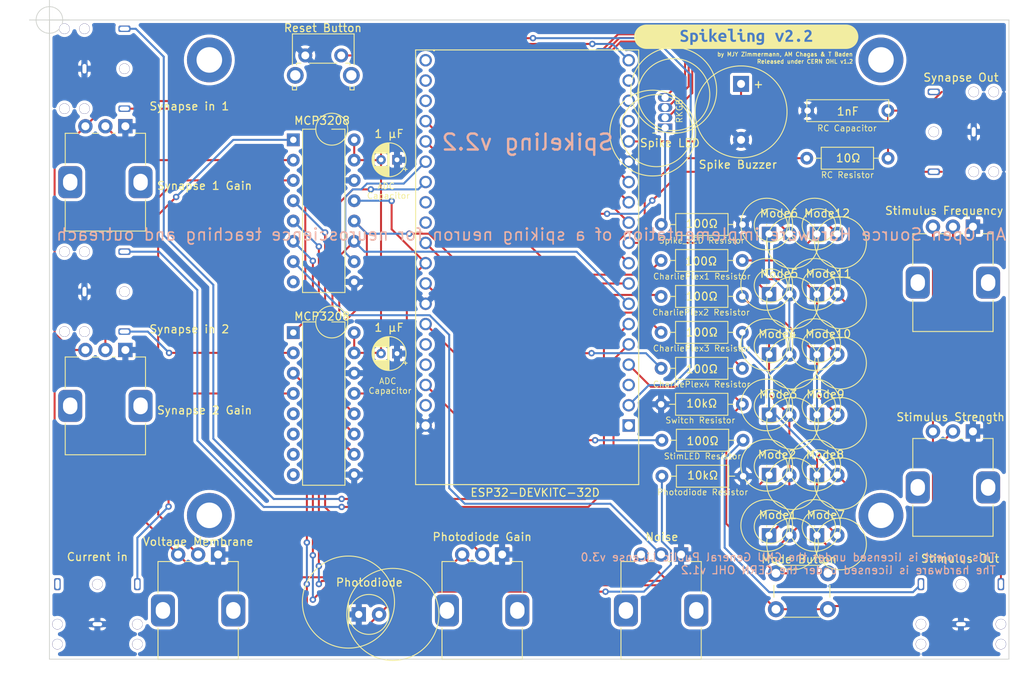
<source format=kicad_pcb>
(kicad_pcb (version 20171130) (host pcbnew "(5.1.4-0-10_14)")
  (layers (0 F.Cu signal) (31 B.Cu signal hide) (34 B.Paste user) (35 F.Paste user) (36 B.SilkS user) (37 F.SilkS user) (38 B.Mask user) (39 F.Mask user) (44 Edge.Cuts user))
  (net 0 "")
  (net 7 "GNDREF")
  (net 8 "/23")
  (net 9 "/27")
  (net 10 "/26")
  (net 11 "+3V3")
  (net 12 "/34")
  (net 13 "/35")
  (net 14 "/25")
  (net 15 "/14")
  (net 16 "/12")
  (net 17 "/13")
  (net 18 "/22")
  (net 19 "/21")
  (net 20 "/19")
  (net 21 "/05")
  (net 22 "/17")
  (net 23 "/16")
  (net 24 "/02")
  (net 25 "/15")
  (net 26 "Net-(R1-Pad2)")
  (net 27 "Net-(R7-Pad2)")
  (net 28 "Net-(R6-Pad2)")
  (net 29 "Net-(R8-Pad2)")
  (net 30 "Net-(R9-Pad2)")
  (net 31 "Net-(R4-Pad2)")
  (net 33 "/39")
  (net 34 "VCC")
  (net 38 "/202")
  (net 39 "/203")
  (net 40 "/106")
  (net 41 "/103")
  (net 42 "/105")
  (net 43 "/104")
  (net 44 "/101")
  (net 45 "/102")
  (net 46 "/200")
  (net 47 "/201")
  (net 48 "/32")
  (net 49 "/33")
  (net 50 "/18")
  (net 51 "/04")
  (net 52 "/00")
  (net 53 "/100")
  (net 54 "/107")
  (net 55 "/204")
  (net 56 "/205")
  (net 57 "/206")
  (net 58 "/207")
  (net 59 "Net-(R3-Pad2)")
  (net 60 "Net-(SW2-Pad2)")
  (module "LED_THT:LED_D5.0mm-4_RGB" (layer "F.Cu") (at 177 63.5 90)
    (fp_text reference "D14")
    (fp_text value "Spike LED" (at -1.9 0.6 180) (layer "F.SilkS"))
    (pad "1" thru_hole oval (at 1.27 0 90) (size 1.07 1.8) (drill 0.9) (layers *.Cu *.Mask) (net 9 "/27"))
    (pad "2" thru_hole rect (at 0 0 90) (size 1.07 1.8) (drill 0.9) (layers *.Cu *.Mask) (net 31 "Net-(R4-Pad2)"))
    (pad "3" thru_hole oval (at 2.54 0 90) (size 1.07 1.8) (drill 0.9) (layers *.Cu *.Mask) (net 15 "/14"))
    (pad "4" thru_hole oval (at 3.81 0 90) (size 1.07 1.8) (drill 0.9) (layers *.Cu *.Mask) (net 16 "/12"))
  )
  (module "MountingHole:MountingHole_3.2mm_M3_DIN965_Pad" (layer "F.Cu") (at 120 55)
    (fp_text reference " " (at 0 -3.8) (layer "F.SilkS"))
    (fp_text value "MountingHole_3.2mm_M3_DIN965_Pad")
    (pad "1" thru_hole circle (at 0 0) (size 5.6 5.6) (drill 3.2) (layers *.Cu *.Mask))
  )
  (module "LED_THT:LED_D3.0mm" (layer "F.Cu") (at 190 76.779)
    (fp_text reference "D7")
    (fp_text value "Mode6" (at 1.25 -2.579) (layer "F.SilkS"))
    (pad "1" thru_hole rect (at 0 0) (size 1.8 1.8) (drill 0.9) (layers *.Cu *.Mask) (net 29 "Net-(R8-Pad2)"))
    (pad "2" thru_hole circle (at 2.54 0) (size 1.8 1.8) (drill 0.9) (layers *.Cu *.Mask) (net 30 "Net-(R9-Pad2)"))
  )
  (module "LED_THT:LED_D3.0mm" (layer "F.Cu") (at 190 114.504)
    (fp_text reference "D2")
    (fp_text value "Mode1" (at 1.1 -2.554) (layer "F.SilkS"))
    (pad "1" thru_hole rect (at 0 0) (size 1.8 1.8) (drill 0.9) (layers *.Cu *.Mask) (net 27 "Net-(R7-Pad2)"))
    (pad "2" thru_hole circle (at 2.54 0) (size 1.8 1.8) (drill 0.9) (layers *.Cu *.Mask) (net 28 "Net-(R6-Pad2)"))
  )
  (module "Resistor_THT:R_Axial_DIN0207_L6.3mm_D2.5mm_P10.16mm_Horizontal" (layer "F.Cu") (at 186.66 98.1 180)
    (fp_text reference "R5")
    (fp_text value "10kΩ" (at 5.08 0.1 180) (layer "F.SilkS"))
    (pad "1" thru_hole circle (at 0 0 180) (size 1.6 1.6) (drill 0.8) (layers *.Cu *.Mask) (net 33 "/39"))
    (pad "2" thru_hole oval (at 10.16 0 180) (size 1.6 1.6) (drill 0.8) (layers *.Cu *.Mask) (net 7 "GNDREF"))
  )
  (module "Package_DIP:DIP-16_W7.62mm" (layer "F.Cu") (at 130.5 89.125)
    (fp_text reference "U3")
    (fp_text value "MCP3208" (at 3.6 -2.025) (layer "F.SilkS"))
    (pad "1" thru_hole rect (at 0 0) (size 1.6 1.6) (drill 0.8) (layers *.Cu *.Mask) (net 46 "/200"))
    (pad "2" thru_hole oval (at 0 2.54) (size 1.6 1.6) (drill 0.8) (layers *.Cu *.Mask) (net 47 "/201"))
    (pad "3" thru_hole oval (at 0 5.08) (size 1.6 1.6) (drill 0.8) (layers *.Cu *.Mask) (net 38 "/202"))
    (pad "4" thru_hole oval (at 0 7.62) (size 1.6 1.6) (drill 0.8) (layers *.Cu *.Mask) (net 39 "/203"))
    (pad "5" thru_hole oval (at 0 10.16) (size 1.6 1.6) (drill 0.8) (layers *.Cu *.Mask) (net 55 "/204"))
    (pad "6" thru_hole oval (at 0 12.7) (size 1.6 1.6) (drill 0.8) (layers *.Cu *.Mask) (net 56 "/205"))
    (pad "7" thru_hole oval (at 0 15.24) (size 1.6 1.6) (drill 0.8) (layers *.Cu *.Mask) (net 57 "/206"))
    (pad "8" thru_hole oval (at 0 17.78) (size 1.6 1.6) (drill 0.8) (layers *.Cu *.Mask) (net 58 "/207"))
    (pad "9" thru_hole oval (at 7.62 17.78) (size 1.6 1.6) (drill 0.8) (layers *.Cu *.Mask) (net 7 "GNDREF"))
    (pad "10" thru_hole oval (at 7.62 15.24) (size 1.6 1.6) (drill 0.8) (layers *.Cu *.Mask) (net 51 "/04"))
    (pad "11" thru_hole oval (at 7.62 12.7) (size 1.6 1.6) (drill 0.8) (layers *.Cu *.Mask) (net 48 "/32"))
    (pad "12" thru_hole oval (at 7.62 10.16) (size 1.6 1.6) (drill 0.8) (layers *.Cu *.Mask) (net 49 "/33"))
    (pad "13" thru_hole oval (at 7.62 7.62) (size 1.6 1.6) (drill 0.8) (layers *.Cu *.Mask) (net 50 "/18"))
    (pad "14" thru_hole oval (at 7.62 5.08) (size 1.6 1.6) (drill 0.8) (layers *.Cu *.Mask) (net 7 "GNDREF"))
    (pad "15" thru_hole oval (at 7.62 2.54) (size 1.6 1.6) (drill 0.8) (layers *.Cu *.Mask) (net 34 "VCC"))
    (pad "16" thru_hole oval (at 7.62 0) (size 1.6 1.6) (drill 0.8) (layers *.Cu *.Mask) (net 34 "VCC"))
  )
  (module "Potentiometer_THT:Spikeling Potentiometer" (layer "F.Cu") (at 213 109 -90)
    (fp_text reference "RV6")
    (fp_text value "Stimulus Strength" (at -9.3 0.3) (layer "F.SilkS"))
    (pad "1" thru_hole rect (at -7.5 -2.5 270) (size 1.8 1.8) (drill 1) (layers *.Cu *.Mask) (net 7 "GNDREF"))
    (pad "2" thru_hole circle (at -7.5 0 270) (size 1.8 1.8) (drill 1) (layers *.Cu *.Mask) (net 43 "/104"))
    (pad "3" thru_hole circle (at -7.5 2.5 270) (size 1.8 1.8) (drill 1) (layers *.Cu *.Mask) (net 34 "VCC"))
    (pad "MP" thru_hole roundrect (at -0.5 4.4 270) (size 4 3) (drill oval 2.1 1.8) (layers *.Cu *.Mask))
    (pad "MP" thru_hole roundrect (at -0.5 -4.4 270) (size 4 3) (drill oval 2.1 1.8) (layers *.Cu *.Mask))
  )
  (module "Potentiometer_THT:Spikeling Potentiometer" (layer "F.Cu") (at 176.5 124.4 -90)
    (fp_text reference "RV4")
    (fp_text value "Noise" (at -9.7 -0.1) (layer "F.SilkS"))
    (pad "1" thru_hole rect (at -7.5 -2.5 270) (size 1.8 1.8) (drill 1) (layers *.Cu *.Mask) (net 7 "GNDREF"))
    (pad "2" thru_hole circle (at -7.5 0 270) (size 1.8 1.8) (drill 1) (layers *.Cu *.Mask) (net 40 "/106"))
    (pad "3" thru_hole circle (at -7.5 2.5 270) (size 1.8 1.8) (drill 1) (layers *.Cu *.Mask) (net 34 "VCC"))
    (pad "MP" thru_hole roundrect (at -0.5 -4.4 270) (size 4 3) (drill oval 2.1 1.8) (layers *.Cu *.Mask))
    (pad "MP" thru_hole roundrect (at -0.5 4.4 270) (size 4 3) (drill oval 2.1 1.8) (layers *.Cu *.Mask))
  )
  (module "Audio_Module:Spikeling_Photoreceptor" (layer "F.Cu") (at 159.6 122.9)
    (fp_text reference "." (at -3.35 -5.9 90 unlocked) (layer "F.SilkS"))
    (fp_text value "Spikeling_neuron")
  )
  (module "Audio_Module:Spikeling Audio Jack 3.5mm" (layer "F.Cu") (at 99.8825 56.1 90)
    (fp_text reference "J2")
    (fp_text value "Synapse in 1" (at -4.7 17.6175 180) (layer "F.SilkS"))
    (pad "" thru_hole circle (at 5 2 270) (size 1.3 1.3) (drill 1.25) (layers *.Cu *.Mask))
    (pad "" thru_hole circle (at 5 4.5 270) (size 1.3 1.3) (drill 1.25) (layers *.Cu *.Mask))
    (pad "" thru_hole circle (at 0 9.5 270) (size 1.3 1.3) (drill 1.25) (layers *.Cu *.Mask))
    (pad "" thru_hole circle (at -5 2 270) (size 1.3 1.3) (drill 1.25) (layers *.Cu *.Mask))
    (pad "" thru_hole circle (at -5 4.5 270) (size 1.3 1.3) (drill 1.25) (layers *.Cu *.Mask))
    (pad "R" thru_hole roundrect (at -5 9.5 180) (size 1.5 0.8) (drill oval 1.2 0.5) (layers *.Cu *.Mask) (net 46 "/200"))
    (pad "S" thru_hole roundrect (at 0 4.5 270) (size 1.5 0.8) (drill oval 1.2 0.5) (layers *.Cu *.Mask) (net 7 "GNDREF"))
    (pad "T" thru_hole roundrect (at 5 9.5 180) (size 1.5 0.8) (drill oval 1.2 0.5) (layers *.Cu *.Mask) (net 13 "/35"))
  )
  (module "Audio_Module:Spikeling Audio Jack 3.5mm" (layer "F.Cu") (at 220.1 64 -90)
    (fp_text reference "J1")
    (fp_text value "Synapse Out" (at -6.8 6.1) (layer "F.SilkS"))
    (pad "" thru_hole circle (at -5 4.5 90) (size 1.3 1.3) (drill 1.25) (layers *.Cu *.Mask))
    (pad "" thru_hole circle (at 5 4.5 90) (size 1.3 1.3) (drill 1.25) (layers *.Cu *.Mask))
    (pad "" thru_hole circle (at -5 2 90) (size 1.3 1.3) (drill 1.25) (layers *.Cu *.Mask))
    (pad "" thru_hole circle (at 0 9.5 90) (size 1.3 1.3) (drill 1.25) (layers *.Cu *.Mask))
    (pad "" thru_hole circle (at 5 2 90) (size 1.3 1.3) (drill 1.25) (layers *.Cu *.Mask))
    (pad "R" thru_hole roundrect (at -5 9.5) (size 1.5 0.8) (drill oval 1.2 0.5) (layers *.Cu *.Mask) (net 26 "Net-(R1-Pad2)"))
    (pad "S" thru_hole roundrect (at 0 4.5 90) (size 1.5 0.8) (drill oval 1.2 0.5) (layers *.Cu *.Mask) (net 7 "GNDREF"))
    (pad "T" thru_hole roundrect (at 5 9.5) (size 1.5 0.8) (drill oval 1.2 0.5) (layers *.Cu *.Mask) (net 25 "/15"))
  )
  (module "Potentiometer_THT:Spikeling Potentiometer" (layer "F.Cu") (at 107 70.8 -90)
    (fp_text reference "RV1")
    (fp_text value "Synapse 1 Gain" (at -0.05 -12.4) (layer "F.SilkS"))
    (pad "1" thru_hole rect (at -7.5 -2.5 270) (size 1.8 1.8) (drill 1) (layers *.Cu *.Mask) (net 7 "GNDREF"))
    (pad "2" thru_hole circle (at -7.5 0 270) (size 1.8 1.8) (drill 1) (layers *.Cu *.Mask) (net 44 "/101"))
    (pad "3" thru_hole circle (at -7.5 2.5 270) (size 1.8 1.8) (drill 1) (layers *.Cu *.Mask) (net 34 "VCC"))
    (pad "MP" thru_hole roundrect (at -0.5 4.4 270) (size 4 3) (drill oval 2.1 1.8) (layers *.Cu *.Mask))
    (pad "MP" thru_hole roundrect (at -0.5 -4.4 270) (size 4 3) (drill oval 2.1 1.8) (layers *.Cu *.Mask))
  )
  (module "Audio_Module:Spikeling_Electrode" (layer "F.Cu") (at 125.9 107.3)
    (fp_text reference "REF**")
    (fp_text value "Spikeling_neuron")
  )
  (module "LED_THT:LED_D3.0mm" (layer "F.Cu") (at 190 99.414)
    (fp_text reference "D4")
    (fp_text value "Mode3" (at 1.15 -2.564) (layer "F.SilkS"))
    (pad "1" thru_hole rect (at 0 0) (size 1.8 1.8) (drill 0.9) (layers *.Cu *.Mask) (net 29 "Net-(R8-Pad2)"))
    (pad "2" thru_hole circle (at 2.54 0) (size 1.8 1.8) (drill 0.9) (layers *.Cu *.Mask) (net 27 "Net-(R7-Pad2)"))
  )
  (module "Potentiometer_THT:Spikeling Potentiometer" (layer "F.Cu") (at 118.6 124.4 -90)
    (fp_text reference "RV3")
    (fp_text value "Voltage Membrane" (at -9.1 0) (layer "F.SilkS"))
    (pad "1" thru_hole rect (at -7.5 -2.5 270) (size 1.8 1.8) (drill 1) (layers *.Cu *.Mask) (net 7 "GNDREF"))
    (pad "2" thru_hole circle (at -7.5 0 270) (size 1.8 1.8) (drill 1) (layers *.Cu *.Mask) (net 53 "/100"))
    (pad "3" thru_hole circle (at -7.5 2.5 270) (size 1.8 1.8) (drill 1) (layers *.Cu *.Mask) (net 34 "VCC"))
    (pad "MP" thru_hole roundrect (at -0.5 -4.4 270) (size 4 3) (drill oval 2.1 1.8) (layers *.Cu *.Mask))
    (pad "MP" thru_hole roundrect (at -0.5 4.4 270) (size 4 3) (drill oval 2.1 1.8) (layers *.Cu *.Mask))
  )
  (module "Resistor_THT:R_Axial_DIN0207_L6.3mm_D2.5mm_P10.16mm_Horizontal" (layer "F.Cu") (at 176.6 102.6)
    (fp_text reference "R3")
    (fp_text value "100Ω" (at 5.1 0.1) (layer "F.SilkS"))
    (pad "1" thru_hole circle (at 0 0) (size 1.6 1.6) (drill 0.8) (layers *.Cu *.Mask) (net 18 "/22"))
    (pad "2" thru_hole oval (at 10.16 0) (size 1.6 1.6) (drill 0.8) (layers *.Cu *.Mask) (net 59 "Net-(R3-Pad2)"))
  )
  (module "MountingHole:MountingHole_3.2mm_M3_DIN965_Pad" (layer "F.Cu") (at 204 55)
    (fp_text reference " " (at 0 -3.8) (layer "F.SilkS"))
    (fp_text value "MountingHole_M3")
    (pad "1" thru_hole circle (at 0 0) (size 5.6 5.6) (drill 3.2) (layers *.Cu *.Mask))
  )
  (module "Package_DIP:DIP-16_W7.62mm" (layer "F.Cu") (at 130.5 65)
    (fp_text reference "U2")
    (fp_text value "MCP3208" (at 3.6 -2.4) (layer "F.SilkS"))
    (pad "1" thru_hole rect (at 0 0) (size 1.6 1.6) (drill 0.8) (layers *.Cu *.Mask) (net 53 "/100"))
    (pad "2" thru_hole oval (at 0 2.54) (size 1.6 1.6) (drill 0.8) (layers *.Cu *.Mask) (net 44 "/101"))
    (pad "3" thru_hole oval (at 0 5.08) (size 1.6 1.6) (drill 0.8) (layers *.Cu *.Mask) (net 45 "/102"))
    (pad "4" thru_hole oval (at 0 7.62) (size 1.6 1.6) (drill 0.8) (layers *.Cu *.Mask) (net 41 "/103"))
    (pad "5" thru_hole oval (at 0 10.16) (size 1.6 1.6) (drill 0.8) (layers *.Cu *.Mask) (net 43 "/104"))
    (pad "6" thru_hole oval (at 0 12.7) (size 1.6 1.6) (drill 0.8) (layers *.Cu *.Mask) (net 42 "/105"))
    (pad "7" thru_hole oval (at 0 15.24) (size 1.6 1.6) (drill 0.8) (layers *.Cu *.Mask) (net 40 "/106"))
    (pad "8" thru_hole oval (at 0 17.78) (size 1.6 1.6) (drill 0.8) (layers *.Cu *.Mask) (net 54 "/107"))
    (pad "9" thru_hole oval (at 7.62 17.78) (size 1.6 1.6) (drill 0.8) (layers *.Cu *.Mask) (net 7 "GNDREF"))
    (pad "10" thru_hole oval (at 7.62 15.24) (size 1.6 1.6) (drill 0.8) (layers *.Cu *.Mask) (net 52 "/00"))
    (pad "11" thru_hole oval (at 7.62 12.7) (size 1.6 1.6) (drill 0.8) (layers *.Cu *.Mask) (net 48 "/32"))
    (pad "12" thru_hole oval (at 7.62 10.16) (size 1.6 1.6) (drill 0.8) (layers *.Cu *.Mask) (net 49 "/33"))
    (pad "13" thru_hole oval (at 7.62 7.62) (size 1.6 1.6) (drill 0.8) (layers *.Cu *.Mask) (net 50 "/18"))
    (pad "14" thru_hole oval (at 7.62 5.08) (size 1.6 1.6) (drill 0.8) (layers *.Cu *.Mask) (net 7 "GNDREF"))
    (pad "15" thru_hole oval (at 7.62 2.54) (size 1.6 1.6) (drill 0.8) (layers *.Cu *.Mask) (net 34 "VCC"))
    (pad "16" thru_hole oval (at 7.62 0) (size 1.6 1.6) (drill 0.8) (layers *.Cu *.Mask) (net 34 "VCC"))
  )
  (module "Capacitor_THT:CP_Radial_D4.0mm_P2.00mm" (layer "F.Cu") (at 143.4726 91.75 180)
    (fp_text reference "C2")
    (fp_text value "1 μF" (at 1 3.25) (layer "F.SilkS"))
    (pad "1" thru_hole rect (at 0 0 180) (size 1.2 1.2) (drill 0.6) (layers *.Cu *.Mask) (net 7 "GNDREF"))
    (pad "2" thru_hole circle (at 2 0 180) (size 1.2 1.2) (drill 0.6) (layers *.Cu *.Mask) (net 34 "VCC"))
  )
  (module "Audio_Module:Spikeling Audio Jack 3.5mm" (layer "F.Cu") (at 214 130.1175 180)
    (fp_text reference "J5")
    (fp_text value "Stimulus Out" (at 0.1 12.7 180) (layer "F.SilkS"))
    (pad "" thru_hole circle (at -5 4.5) (size 1.3 1.3) (drill 1.25) (layers *.Cu *.Mask))
    (pad "" thru_hole circle (at -5 2) (size 1.3 1.3) (drill 1.25) (layers *.Cu *.Mask))
    (pad "" thru_hole circle (at 5 2) (size 1.3 1.3) (drill 1.25) (layers *.Cu *.Mask))
    (pad "" thru_hole circle (at 0 9.5) (size 1.3 1.3) (drill 1.25) (layers *.Cu *.Mask))
    (pad "" thru_hole circle (at 5 4.5) (size 1.3 1.3) (drill 1.25) (layers *.Cu *.Mask))
    (pad "R" thru_hole roundrect (at -5 9.5 270) (size 1.5 0.8) (drill oval 1.2 0.5) (layers *.Cu *.Mask) (net 10 "/26"))
    (pad "S" thru_hole roundrect (at 0 4.5) (size 1.5 0.8) (drill oval 1.2 0.5) (layers *.Cu *.Mask) (net 7 "GNDREF"))
    (pad "T" thru_hole roundrect (at 5 9.5 270) (size 1.5 0.8) (drill oval 1.2 0.5) (layers *.Cu *.Mask) (net 59 "Net-(R3-Pad2)"))
  )
  (module "Button_Switch_THT:Spikeling reset button" (layer "F.Cu") (at 134.25 51.75)
    (fp_text reference "SW2")
    (fp_text value "Reset Button" (at -0.05 -0.75) (layer "F.SilkS"))
    (pad "" thru_hole circle (at 3.51 5.18) (size 2.1 2.1) (drill 1.3) (layers *.Cu *.Mask))
    (pad "" thru_hole circle (at -3.5 5.18) (size 2.1 2.1) (drill 1.3) (layers *.Cu *.Mask))
    (pad "1" thru_hole circle (at -2.25 2.69) (size 1.75 1.75) (drill 0.99) (layers *.Cu *.Mask) (net 7 "GNDREF"))
    (pad "2" thru_hole circle (at 2.25 2.69) (size 1.75 1.75) (drill 0.99) (layers *.Cu *.Mask) (net 60 "Net-(SW2-Pad2)"))
  )
  (module "LED_THT:LED_D3.0mm" (layer "F.Cu") (at 196 91.869)
    (fp_text reference "D11")
    (fp_text value "Mode10" (at 1.4 -2.569) (layer "F.SilkS"))
    (pad "1" thru_hole rect (at 0 0) (size 1.8 1.8) (drill 0.9) (layers *.Cu *.Mask) (net 27 "Net-(R7-Pad2)"))
    (pad "2" thru_hole circle (at 2.54 0) (size 1.8 1.8) (drill 0.9) (layers *.Cu *.Mask) (net 30 "Net-(R9-Pad2)"))
  )
  (module "LED_THT:LED_D3.0mm" (layer "F.Cu") (at 196 106.959)
    (fp_text reference "D9")
    (fp_text value "Mode8" (at 1 -2.559) (layer "F.SilkS"))
    (pad "1" thru_hole rect (at 0 0) (size 1.8 1.8) (drill 0.9) (layers *.Cu *.Mask) (net 28 "Net-(R6-Pad2)"))
    (pad "2" thru_hole circle (at 2.54 0) (size 1.8 1.8) (drill 0.9) (layers *.Cu *.Mask) (net 29 "Net-(R8-Pad2)"))
  )
  (module "Capacitor_THT:CP_Radial_D4.0mm_P2.00mm" (layer "F.Cu") (at 143.4726 67.5 180)
    (fp_text reference "C1")
    (fp_text value "1 μF" (at 1 3.25) (layer "F.SilkS"))
    (pad "1" thru_hole rect (at 0 0 180) (size 1.2 1.2) (drill 0.6) (layers *.Cu *.Mask) (net 7 "GNDREF"))
    (pad "2" thru_hole circle (at 2 0 180) (size 1.2 1.2) (drill 0.6) (layers *.Cu *.Mask) (net 34 "VCC"))
  )
  (module "Resistor_THT:R_Axial_DIN0207_L6.3mm_D2.5mm_P10.16mm_Horizontal" (layer "F.Cu") (at 176.5 93.6)
    (fp_text reference "R9")
    (fp_text value "100Ω" (at 5.1 0.1) (layer "F.SilkS"))
    (pad "1" thru_hole circle (at 0 0) (size 1.6 1.6) (drill 0.8) (layers *.Cu *.Mask) (net 19 "/21"))
    (pad "2" thru_hole oval (at 10.16 0) (size 1.6 1.6) (drill 0.8) (layers *.Cu *.Mask) (net 30 "Net-(R9-Pad2)"))
  )
  (module "LED_THT:LED_D3.0mm" (layer "F.Cu") (at 196 76.779)
    (fp_text reference "D13")
    (fp_text value "Mode12" (at 1.25 -2.579) (layer "F.SilkS"))
    (pad "1" thru_hole rect (at 0 0) (size 1.8 1.8) (drill 0.9) (layers *.Cu *.Mask) (net 28 "Net-(R6-Pad2)"))
    (pad "2" thru_hole circle (at 2.54 0) (size 1.8 1.8) (drill 0.9) (layers *.Cu *.Mask) (net 30 "Net-(R9-Pad2)"))
  )
  (module "LED_THT:LED_D3.0mm" (layer "F.Cu") (at 196 84.324)
    (fp_text reference "D12")
    (fp_text value "Mode11" (at 1.45 -2.574) (layer "F.SilkS"))
    (pad "1" thru_hole rect (at 0 0) (size 1.8 1.8) (drill 0.9) (layers *.Cu *.Mask) (net 30 "Net-(R9-Pad2)"))
    (pad "2" thru_hole circle (at 2.54 0) (size 1.8 1.8) (drill 0.9) (layers *.Cu *.Mask) (net 28 "Net-(R6-Pad2)"))
  )
  (module "LED_THT:LED_D3.0mm" (layer "F.Cu") (at 196 99.414)
    (fp_text reference "D10")
    (fp_text value "Mode9" (at 1.05 -2.564) (layer "F.SilkS"))
    (pad "1" thru_hole rect (at 0 0) (size 1.8 1.8) (drill 0.9) (layers *.Cu *.Mask) (net 30 "Net-(R9-Pad2)"))
    (pad "2" thru_hole circle (at 2.54 0) (size 1.8 1.8) (drill 0.9) (layers *.Cu *.Mask) (net 27 "Net-(R7-Pad2)"))
  )
  (module "Resistor_THT:R_Axial_DIN0207_L6.3mm_D2.5mm_P10.16mm_Horizontal" (layer "F.Cu") (at 194.72 67.3)
    (fp_text reference "R1")
    (fp_text value "10Ω" (at 5.18 0) (layer "F.SilkS"))
    (pad "1" thru_hole circle (at 0 0) (size 1.6 1.6) (drill 0.8) (layers *.Cu *.Mask) (net 14 "/25"))
    (pad "2" thru_hole oval (at 10.16 0) (size 1.6 1.6) (drill 0.8) (layers *.Cu *.Mask) (net 26 "Net-(R1-Pad2)"))
  )
  (module "LED_THT:LED_D5.0mm" (layer "F.Cu") (at 139.958 124.4)
    (fp_text reference "D1")
    (fp_text value "Photodiode" (at 0.055 -4) (layer "F.SilkS"))
    (pad "1" thru_hole rect (at -1.27 0) (size 1.8 1.8) (drill 0.9) (layers *.Cu *.Mask) (net 7 "GNDREF"))
    (pad "2" thru_hole circle (at 1.27 0) (size 1.8 1.8) (drill 0.9) (layers *.Cu *.Mask) (net 38 "/202"))
  )
  (module "Potentiometer_THT:Spikeling Potentiometer" (layer "F.Cu") (at 213 83.372 -90)
    (fp_text reference "RV7")
    (fp_text value "Stimulus Frequency" (at -9.5 1.1) (layer "F.SilkS"))
    (pad "1" thru_hole rect (at -7.5 -2.5 270) (size 1.8 1.8) (drill 1) (layers *.Cu *.Mask) (net 7 "GNDREF"))
    (pad "2" thru_hole circle (at -7.5 0 270) (size 1.8 1.8) (drill 1) (layers *.Cu *.Mask) (net 42 "/105"))
    (pad "3" thru_hole circle (at -7.5 2.5 270) (size 1.8 1.8) (drill 1) (layers *.Cu *.Mask) (net 34 "VCC"))
    (pad "MP" thru_hole roundrect (at -0.5 4.4 270) (size 4 3) (drill oval 2.1 1.8) (layers *.Cu *.Mask))
    (pad "MP" thru_hole roundrect (at -0.5 -4.4 270) (size 4 3) (drill oval 2.1 1.8) (layers *.Cu *.Mask))
  )
  (module "Potentiometer_THT:Spikeling Potentiometer" (layer "F.Cu") (at 107 98.8 -90)
    (fp_text reference "RV2")
    (fp_text value "Synapse 2 Gain" (at 0.05 -12.4) (layer "F.SilkS"))
    (pad "1" thru_hole rect (at -7.5 -2.5 270) (size 1.8 1.8) (drill 1) (layers *.Cu *.Mask) (net 7 "GNDREF"))
    (pad "2" thru_hole circle (at -7.5 0 270) (size 1.8 1.8) (drill 1) (layers *.Cu *.Mask) (net 45 "/102"))
    (pad "3" thru_hole circle (at -7.5 2.5 270) (size 1.8 1.8) (drill 1) (layers *.Cu *.Mask) (net 34 "VCC"))
    (pad "MP" thru_hole roundrect (at -0.5 -4.4 270) (size 4 3) (drill oval 2.1 1.8) (layers *.Cu *.Mask))
    (pad "MP" thru_hole roundrect (at -0.5 4.4 270) (size 4 3) (drill oval 2.1 1.8) (layers *.Cu *.Mask))
  )
  (module "Audio_Module:Spikeling Audio Jack 3.5mm" (layer "F.Cu") (at 99.8825 84 90)
    (fp_text reference "e")
    (fp_text value "Synapse in 2" (at -4.7 17.6175 180) (layer "F.SilkS"))
    (pad "" thru_hole circle (at 5 4.5 270) (size 1.3 1.3) (drill 1.25) (layers *.Cu *.Mask))
    (pad "" thru_hole circle (at -5 2 270) (size 1.3 1.3) (drill 1.25) (layers *.Cu *.Mask))
    (pad "" thru_hole circle (at 5 2 270) (size 1.3 1.3) (drill 1.25) (layers *.Cu *.Mask))
    (pad "" thru_hole circle (at 0 9.5 270) (size 1.3 1.3) (drill 1.25) (layers *.Cu *.Mask))
    (pad "" thru_hole circle (at -5 4.5 270) (size 1.3 1.3) (drill 1.25) (layers *.Cu *.Mask))
    (pad "R" thru_hole roundrect (at -5 9.5 180) (size 1.5 0.8) (drill oval 1.2 0.5) (layers *.Cu *.Mask) (net 47 "/201"))
    (pad "S" thru_hole roundrect (at 0 4.5 270) (size 1.5 0.8) (drill oval 1.2 0.5) (layers *.Cu *.Mask) (net 7 "GNDREF"))
    (pad "T" thru_hole roundrect (at 5 9.5 180) (size 1.5 0.8) (drill oval 1.2 0.5) (layers *.Cu *.Mask) (net 12 "/34"))
  )
  (module "LED_THT:LED_D3.0mm" (layer "F.Cu") (at 190 106.959)
    (fp_text reference "D3")
    (fp_text value "Mode2" (at 1 -2.559) (layer "F.SilkS"))
    (pad "1" thru_hole rect (at 0 0) (size 1.8 1.8) (drill 0.9) (layers *.Cu *.Mask) (net 28 "Net-(R6-Pad2)"))
    (pad "2" thru_hole circle (at 2.54 0) (size 1.8 1.8) (drill 0.9) (layers *.Cu *.Mask) (net 27 "Net-(R7-Pad2)"))
  )
  (module "MountingHole:MountingHole_3.2mm_M3_DIN965_Pad" (layer "F.Cu") (at 204 112)
    (fp_text reference " " (at 0 -3.8) (layer "F.SilkS"))
    (fp_text value "MountingHole_3.2mm_M3_DIN965_Pad")
    (pad "1" thru_hole circle (at 0 0) (size 5.6 5.6) (drill 3.2) (layers *.Cu *.Mask))
  )
  (module "LED_THT:LED_D3.0mm" (layer "F.Cu") (at 190 91.869)
    (fp_text reference "D5")
    (fp_text value "Mode4" (at 1.05 -2.569) (layer "F.SilkS"))
    (pad "1" thru_hole rect (at 0 0) (size 1.8 1.8) (drill 0.9) (layers *.Cu *.Mask) (net 27 "Net-(R7-Pad2)"))
    (pad "2" thru_hole circle (at 2.54 0) (size 1.8 1.8) (drill 0.9) (layers *.Cu *.Mask) (net 29 "Net-(R8-Pad2)"))
  )
  (module "Audio_Module:Spikeling Audio Jack 3.5mm" (layer "F.Cu") (at 106 130.1175 180)
    (fp_text reference "J4")
    (fp_text value "Current in" (at 0 12.9175 180) (layer "F.SilkS"))
    (pad "" thru_hole circle (at 5 2) (size 1.3 1.3) (drill 1.25) (layers *.Cu *.Mask))
    (pad "" thru_hole circle (at -5 4.5) (size 1.3 1.3) (drill 1.25) (layers *.Cu *.Mask))
    (pad "" thru_hole circle (at 5 4.5) (size 1.3 1.3) (drill 1.25) (layers *.Cu *.Mask))
    (pad "" thru_hole circle (at -5 2) (size 1.3 1.3) (drill 1.25) (layers *.Cu *.Mask))
    (pad "" thru_hole circle (at 0 9.5) (size 1.3 1.3) (drill 1.25) (layers *.Cu *.Mask))
    (pad "R" thru_hole roundrect (at -5 9.5 270) (size 1.5 0.8) (drill oval 1.2 0.5) (layers *.Cu *.Mask) (net 39 "/203"))
    (pad "S" thru_hole roundrect (at 0 4.5) (size 1.5 0.8) (drill oval 1.2 0.5) (layers *.Cu *.Mask) (net 7 "GNDREF"))
    (pad "T" thru_hole roundrect (at 5 9.5 270) (size 1.5 0.8) (drill oval 1.2 0.5) (layers *.Cu *.Mask))
  )
  (module "Resistor_THT:R_Axial_DIN0207_L6.3mm_D2.5mm_P10.16mm_Horizontal" (layer "F.Cu") (at 176.5 89.1)
    (fp_text reference "R8")
    (fp_text value "100Ω" (at 5.1 0) (layer "F.SilkS"))
    (pad "1" thru_hole circle (at 0 0) (size 1.6 1.6) (drill 0.8) (layers *.Cu *.Mask) (net 20 "/19"))
    (pad "2" thru_hole oval (at 10.16 0) (size 1.6 1.6) (drill 0.8) (layers *.Cu *.Mask) (net 29 "Net-(R8-Pad2)"))
  )
  (module "Resistor_THT:R_Axial_DIN0207_L6.3mm_D2.5mm_P10.16mm_Horizontal" (layer "F.Cu") (at 176.6 107.1)
    (fp_text reference "R2")
    (fp_text value "10kΩ" (at 5.1 -0.1) (layer "F.SilkS"))
    (pad "1" thru_hole circle (at 0 0) (size 1.6 1.6) (drill 0.8) (layers *.Cu *.Mask) (net 38 "/202"))
    (pad "2" thru_hole oval (at 10.16 0) (size 1.6 1.6) (drill 0.8) (layers *.Cu *.Mask) (net 7 "GNDREF"))
  )
  (module "Potentiometer_THT:Spikeling Potentiometer" (layer "F.Cu") (at 154.119 124.4 -90)
    (fp_text reference "RV5")
    (fp_text value "Photodiode Gain" (at -9.7 0) (layer "F.SilkS"))
    (pad "1" thru_hole rect (at -7.5 -2.5 270) (size 1.8 1.8) (drill 1) (layers *.Cu *.Mask) (net 7 "GNDREF"))
    (pad "2" thru_hole circle (at -7.5 0 270) (size 1.8 1.8) (drill 1) (layers *.Cu *.Mask) (net 41 "/103"))
    (pad "3" thru_hole circle (at -7.5 2.5 270) (size 1.8 1.8) (drill 1) (layers *.Cu *.Mask) (net 34 "VCC"))
    (pad "MP" thru_hole roundrect (at -0.5 4.4 270) (size 4 3) (drill oval 2.1 1.8) (layers *.Cu *.Mask))
    (pad "MP" thru_hole roundrect (at -0.5 -4.4 270) (size 4 3) (drill oval 2.1 1.8) (layers *.Cu *.Mask))
  )
  (module "Capacitor_THT:C_Disc_D10.0mm_W2.5mm_P5.00mm" (layer "F.Cu") (at 202.35 61.35 180)
    (fp_text reference "C3")
    (fp_text value "1nF" (at 2.5 -0.1 180) (layer "F.SilkS"))
    (pad "1" thru_hole circle (at -2.51 0 180) (size 1.6 1.6) (drill 0.8) (layers *.Cu *.Mask) (net 26 "Net-(R1-Pad2)"))
    (pad "2" thru_hole circle (at 7.52 0 180) (size 1.6 1.6) (drill 0.8) (layers *.Cu *.Mask) (net 7 "GNDREF"))
  )
  (module "Resistor_THT:R_Axial_DIN0207_L6.3mm_D2.5mm_P10.16mm_Horizontal" (layer "F.Cu") (at 176.5 84.6)
    (fp_text reference "R7")
    (fp_text value "100Ω" (at 5.08 0) (layer "F.SilkS"))
    (pad "1" thru_hole circle (at 0 0) (size 1.6 1.6) (drill 0.8) (layers *.Cu *.Mask) (net 21 "/05"))
    (pad "2" thru_hole oval (at 10.16 0) (size 1.6 1.6) (drill 0.8) (layers *.Cu *.Mask) (net 27 "Net-(R7-Pad2)"))
  )
  (module "Resistor_THT:R_Axial_DIN0207_L6.3mm_D2.5mm_P10.16mm_Horizontal" (layer "F.Cu") (at 186.68 75.6 180)
    (fp_text reference "R4")
    (fp_text value "100Ω" (at 5.08 0.1 180) (layer "F.SilkS"))
    (pad "1" thru_hole circle (at 0 0 180) (size 1.6 1.6) (drill 0.8) (layers *.Cu *.Mask) (net 7 "GNDREF"))
    (pad "2" thru_hole oval (at 10.16 0 180) (size 1.6 1.6) (drill 0.8) (layers *.Cu *.Mask) (net 31 "Net-(R4-Pad2)"))
  )
  (module "Buzzer_Beeper:Buzzer_11.5x9.5RM5" (layer "F.Cu") (at 186.5 61.5 -90)
    (fp_text reference "BZ1")
    (fp_text value "Spike Buzzer" (at 6.6 0.4) (layer "F.SilkS"))
    (fp_text user "+" (at -3.4 -2.1 -90) (layer "F.SilkS"))
    (pad "1" thru_hole rect (at -3.5 0 270) (size 2 2) (drill 1) (layers *.Cu *.Mask) (net 17 "/13"))
    (pad "2" thru_hole circle (at 3.5 0 270) (size 2 2) (drill 1) (layers *.Cu *.Mask) (net 7 "GNDREF"))
  )
  (module "kibuzzard-633362FE" (layer "F.Cu") (at 187.15 52.1)
    (fp_text reference "kibuzzard-633362FE" hide)
    (fp_text value "G***" hide)
  )
  (module "MountingHole:MountingHole_3.2mm_M3_DIN965_Pad" (layer "F.Cu") (at 120 112)
    (fp_text reference " " (at 0 -3.8) (layer "F.SilkS"))
    (fp_text value "MountingHole_3.2mm_M3_DIN965_Pad")
    (pad "1" thru_hole circle (at 0 0) (size 5.6 5.6) (drill 3.2) (layers *.Cu *.Mask))
  )
  (module "Audio_Module:Spikeling_Neuron" (layer "F.Cu") (at 155.9 65.6)
    (fp_text reference "." (at -8.2 -11.8 90 unlocked) (layer "F.SilkS"))
    (fp_text value "Spikeling_neuron")
  )
  (module "Resistor_THT:R_Axial_DIN0207_L6.3mm_D2.5mm_P10.16mm_Horizontal" (layer "F.Cu") (at 176.5 80.1)
    (fp_text reference "R6")
    (fp_text value "100Ω" (at 5 0.1) (layer "F.SilkS"))
    (pad "1" thru_hole circle (at 0 0) (size 1.6 1.6) (drill 0.8) (layers *.Cu *.Mask) (net 24 "/02"))
    (pad "2" thru_hole oval (at 10.16 0) (size 1.6 1.6) (drill 0.8) (layers *.Cu *.Mask) (net 28 "Net-(R6-Pad2)"))
  )
  (module "Button_Switch_THT:SW_PUSH_6mm_H13mm" (layer "F.Cu") (at 194.1 121.5)
    (fp_text reference "SW1")
    (fp_text value "Mode Button" (at -0.34 -4) (layer "F.SilkS"))
    (pad "1" thru_hole circle (at -3.24 -2.25 90) (size 2 2) (drill 1.1) (layers *.Cu *.Mask) (net 33 "/39"))
    (pad "1" thru_hole circle (at 3.26 -2.25 90) (size 2 2) (drill 1.1) (layers *.Cu *.Mask) (net 33 "/39"))
    (pad "2" thru_hole circle (at 3.26 2.25 90) (size 2 2) (drill 1.1) (layers *.Cu *.Mask) (net 34 "VCC"))
    (pad "2" thru_hole circle (at -3.24 2.25 90) (size 2 2) (drill 1.1) (layers *.Cu *.Mask) (net 34 "VCC"))
  )
  (module "Module:MODULE_ESP32-DEVKITC-32D" (layer "F.Cu") (at 159.75 81 180)
    (fp_text reference "U1")
    (fp_text value "ESP32-DEVKITC-32D" (at -1 -28.15 180) (layer "F.SilkS") (effects (font (size 1.001047 1.001047))))
    (pad "1" thru_hole rect (at -12.7 -19.76 180) (size 1.56 1.56) (drill 1.04) (layers *.Cu *.Mask) (net 11 "+3V3"))
    (pad "2" thru_hole circle (at -12.7 -17.22 180) (size 1.56 1.56) (drill 1.04) (layers *.Cu *.Mask) (net 60 "Net-(SW2-Pad2)"))
    (pad "3" thru_hole circle (at -12.7 -14.68 180) (size 1.56 1.56) (drill 1.04) (layers *.Cu *.Mask))
    (pad "4" thru_hole circle (at -12.7 -12.14 180) (size 1.56 1.56) (drill 1.04) (layers *.Cu *.Mask) (net 33 "/39"))
    (pad "5" thru_hole circle (at -12.7 -9.6 180) (size 1.56 1.56) (drill 1.04) (layers *.Cu *.Mask) (net 12 "/34"))
    (pad "6" thru_hole circle (at -12.7 -7.06 180) (size 1.56 1.56) (drill 1.04) (layers *.Cu *.Mask) (net 13 "/35"))
    (pad "7" thru_hole circle (at -12.7 -4.52 180) (size 1.56 1.56) (drill 1.04) (layers *.Cu *.Mask) (net 48 "/32"))
    (pad "8" thru_hole circle (at -12.7 -1.98 180) (size 1.56 1.56) (drill 1.04) (layers *.Cu *.Mask) (net 49 "/33"))
    (pad "9" thru_hole circle (at -12.7 0.56 180) (size 1.56 1.56) (drill 1.04) (layers *.Cu *.Mask) (net 14 "/25"))
    (pad "10" thru_hole circle (at -12.7 3.1 180) (size 1.56 1.56) (drill 1.04) (layers *.Cu *.Mask) (net 10 "/26"))
    (pad "11" thru_hole circle (at -12.7 5.64 180) (size 1.56 1.56) (drill 1.04) (layers *.Cu *.Mask) (net 9 "/27"))
    (pad "12" thru_hole circle (at -12.7 8.18 180) (size 1.56 1.56) (drill 1.04) (layers *.Cu *.Mask) (net 15 "/14"))
    (pad "13" thru_hole circle (at -12.7 10.72 180) (size 1.56 1.56) (drill 1.04) (layers *.Cu *.Mask) (net 16 "/12"))
    (pad "14" thru_hole circle (at -12.7 13.26 180) (size 1.56 1.56) (drill 1.04) (layers *.Cu *.Mask) (net 7 "GNDREF"))
    (pad "15" thru_hole circle (at -12.7 15.8 180) (size 1.56 1.56) (drill 1.04) (layers *.Cu *.Mask) (net 17 "/13"))
    (pad "16" thru_hole circle (at -12.7 18.34 180) (size 1.56 1.56) (drill 1.04) (layers *.Cu *.Mask))
    (pad "17" thru_hole circle (at -12.7 20.88 180) (size 1.56 1.56) (drill 1.04) (layers *.Cu *.Mask))
    (pad "18" thru_hole circle (at -12.7 23.42 180) (size 1.56 1.56) (drill 1.04) (layers *.Cu *.Mask))
    (pad "19" thru_hole circle (at -12.7 25.96 180) (size 1.56 1.56) (drill 1.04) (layers *.Cu *.Mask) (net 34 "VCC"))
    (pad "20" thru_hole circle (at 12.7 -19.76 180) (size 1.56 1.56) (drill 1.04) (layers *.Cu *.Mask) (net 7 "GNDREF"))
    (pad "21" thru_hole circle (at 12.7 -17.22 180) (size 1.56 1.56) (drill 1.04) (layers *.Cu *.Mask) (net 8 "/23"))
    (pad "22" thru_hole circle (at 12.7 -14.68 180) (size 1.56 1.56) (drill 1.04) (layers *.Cu *.Mask) (net 18 "/22"))
    (pad "23" thru_hole circle (at 12.7 -12.14 180) (size 1.56 1.56) (drill 1.04) (layers *.Cu *.Mask))
    (pad "24" thru_hole circle (at 12.7 -9.6 180) (size 1.56 1.56) (drill 1.04) (layers *.Cu *.Mask))
    (pad "25" thru_hole circle (at 12.7 -7.06 180) (size 1.56 1.56) (drill 1.04) (layers *.Cu *.Mask) (net 19 "/21"))
    (pad "26" thru_hole circle (at 12.7 -4.52 180) (size 1.56 1.56) (drill 1.04) (layers *.Cu *.Mask) (net 7 "GNDREF"))
    (pad "27" thru_hole circle (at 12.7 -1.98 180) (size 1.56 1.56) (drill 1.04) (layers *.Cu *.Mask) (net 20 "/19"))
    (pad "28" thru_hole circle (at 12.7 0.56 180) (size 1.56 1.56) (drill 1.04) (layers *.Cu *.Mask) (net 50 "/18"))
    (pad "29" thru_hole circle (at 12.7 3.1 180) (size 1.56 1.56) (drill 1.04) (layers *.Cu *.Mask) (net 21 "/05"))
    (pad "30" thru_hole circle (at 12.7 5.64 180) (size 1.56 1.56) (drill 1.04) (layers *.Cu *.Mask) (net 22 "/17"))
    (pad "31" thru_hole circle (at 12.7 8.18 180) (size 1.56 1.56) (drill 1.04) (layers *.Cu *.Mask) (net 23 "/16"))
    (pad "32" thru_hole circle (at 12.7 10.72 180) (size 1.56 1.56) (drill 1.04) (layers *.Cu *.Mask) (net 51 "/04"))
    (pad "33" thru_hole circle (at 12.7 13.26 180) (size 1.56 1.56) (drill 1.04) (layers *.Cu *.Mask) (net 52 "/00"))
    (pad "34" thru_hole circle (at 12.7 15.8 180) (size 1.56 1.56) (drill 1.04) (layers *.Cu *.Mask) (net 24 "/02"))
    (pad "35" thru_hole circle (at 12.7 18.34 180) (size 1.56 1.56) (drill 1.04) (layers *.Cu *.Mask) (net 25 "/15"))
    (pad "36" thru_hole circle (at 12.7 20.88 180) (size 1.56 1.56) (drill 1.04) (layers *.Cu *.Mask))
    (pad "37" thru_hole circle (at 12.7 23.42 180) (size 1.56 1.56) (drill 1.04) (layers *.Cu *.Mask))
    (pad "38" thru_hole circle (at 12.7 25.96 180) (size 1.56 1.56) (drill 1.04) (layers *.Cu *.Mask))
  )
  (module "LED_THT:LED_D3.0mm" (layer "F.Cu") (at 196 114.504)
    (fp_text reference "D8")
    (fp_text value "Mode7" (at 1.1 -2.554) (layer "F.SilkS"))
    (pad "1" thru_hole rect (at 0 0) (size 1.8 1.8) (drill 0.9) (layers *.Cu *.Mask) (net 29 "Net-(R8-Pad2)"))
    (pad "2" thru_hole circle (at 2.54 0) (size 1.8 1.8) (drill 0.9) (layers *.Cu *.Mask) (net 28 "Net-(R6-Pad2)"))
  )
  (module "LED_THT:LED_D3.0mm" (layer "F.Cu") (at 190 84.324)
    (fp_text reference "D6")
    (fp_text value "Mode5" (at 1.27 -2.574) (layer "F.SilkS"))
    (pad "1" thru_hole rect (at 0 0) (size 1.8 1.8) (drill 0.9) (layers *.Cu *.Mask) (net 30 "Net-(R9-Pad2)"))
    (pad "2" thru_hole circle (at 2.54 0) (size 1.8 1.8) (drill 0.9) (layers *.Cu *.Mask) (net 29 "Net-(R8-Pad2)"))
  )
  (gr_line (start 220 130) (end 100 130) (layer "Edge.Cuts") (width 0.1))
  (gr_line (start 100 50) (end 220 50) (layer "Edge.Cuts") (width 0.1))
  (gr_line (start 220 50) (end 220 130) (layer "Edge.Cuts") (width 0.1))
  (gr_line (start 100 130) (end 100 50) (layer "Edge.Cuts") (width 0.1))
  (gr_text "Spikeling v2.2\n" (at 159.8 65.3) (layer "B.SilkS") (effects (font (size 2 2) (thickness 0.3)) (justify mirror)))
  (gr_text "An Open Source Hardware implementation of a spiking neuron for neuroscience teaching and outreach" (at 160.25 76.85) (layer "B.SilkS") (effects (font (size 1.5 1.5) (thickness 0.2)) (justify mirror)))
  (gr_text "This project is licensed under the GNU General Public License v3.0\nThe hardware is licensed under the CERN OHL v1.2" (at 218.45 118.05) (layer "B.SilkS") (effects (font (size 1 1)) (justify left mirror)))
  (gr_text "ADC \nCapacitor" (at 142.4 71.4) (layer "F.SilkS") (effects (font (size 0.75 0.75) (thickness 0.1))))
  (gr_text "Switch Resistor" (at 181.4 100.1) (layer "F.SilkS") (effects (font (size 0.75 0.75) (thickness 0.1))))
  (gr_text "CharliePlex3 Resistor" (at 181.58 91.1) (layer "F.SilkS") (effects (font (size 0.75 0.75) (thickness 0.1))))
  (gr_text "CharliePlex2 Resistor" (at 181.5 86.6) (layer "F.SilkS") (effects (font (size 0.75 0.75) (thickness 0.1))))
  (gr_text "Spike_LED Resistor" (at 181.58 77.6) (layer "F.SilkS") (effects (font (size 0.75 0.75) (thickness 0.1))))
  (gr_text "Released under CERN OHL v1.2" (at 194.5 55.2) (layer "F.SilkS") (effects (font (size 0.5 0.5) (thickness 0.1))))
  (gr_text "CharliePlex1 Resistor" (at 181.6 82.1) (layer "F.SilkS") (effects (font (size 0.75 0.75) (thickness 0.1))))
  (gr_text "RKGB" (at 178.8 61.4 90) (layer "F.SilkS") (effects (font (size 0.75 0.75) (thickness 0.1))))
  (gr_text "RC Capacitor" (at 199.75 63.55) (layer "F.SilkS") (effects (font (size 0.75 0.75) (thickness 0.1))))
  (gr_text "RC Resistor" (at 199.8 69.4) (layer "F.SilkS") (effects (font (size 0.75 0.75) (thickness 0.1))))
  (gr_text "by MJY Zimmermann, AM Chagas & T Baden" (at 192 54.3) (layer "F.SilkS") (effects (font (size 0.5 0.5) (thickness 0.1))))
  (gr_text "StimLED Resistor" (at 181.68 104.6) (layer "F.SilkS") (effects (font (size 0.75 0.75) (thickness 0.1))))
  (gr_text "Photodiode Resistor" (at 181.7 109.1) (layer "F.SilkS") (effects (font (size 0.75 0.75) (thickness 0.1))))
  (gr_text "ADC \nCapacitor" (at 142.6 95.8) (layer "F.SilkS") (effects (font (size 0.75 0.75) (thickness 0.1))))
  (gr_text "CharliePlex4 Resistor" (at 181.58 95.6) (layer "F.SilkS") (effects (font (size 0.75 0.75) (thickness 0.1))))
  (target plus (at 100 50) (size 5) (width 0.1) (layer "Edge.Cuts"))
  (segment (start 176.4 99.019022) (end 176.4 98.3) (width 0.25) (layer "B.Cu") (net 7))
  (segment (start 180.4 53.7) (end 180.4 59.140544) (width 0.25) (layer "F.Cu") (net 9))
  (segment (start 178.5 51.8) (end 180.4 53.7) (width 0.25) (layer "F.Cu") (net 9))
  (segment (start 172.45 75.36) (end 168.3 71.21) (width 0.25) (layer "F.Cu") (net 9))
  (segment (start 177.310544 62.23) (end 177 62.23) (width 0.25) (layer "F.Cu") (net 9))
  (segment (start 172.45 75.36) (end 172.45 74.8797) (width 0.25) (layer "F.Cu") (net 9))
  (segment (start 168.3 54.6) (end 171.1 51.8) (width 0.25) (layer "F.Cu") (net 9))
  (segment (start 176.6 62.14) (end 177.75 62.14) (width 0.25) (layer "F.Cu") (net 9))
  (segment (start 180.4 59.140544) (end 177.310544 62.23) (width 0.25) (layer "F.Cu") (net 9))
  (segment (start 168.3 71.21) (end 168.3 54.6) (width 0.25) (layer "F.Cu") (net 9))
  (segment (start 171.1 51.8) (end 178.5 51.8) (width 0.25) (layer "F.Cu") (net 9))
  (segment (start 216.2 73) (end 217.6 74.4) (width 0.25) (layer "F.Cu") (net 10))
  (segment (start 219 115.05) (end 214.8 110.85) (width 0.25) (layer "F.Cu") (net 10))
  (segment (start 219 120.6175) (end 219 115.05) (width 0.25) (layer "F.Cu") (net 10))
  (segment (start 214.8 106.3) (end 218.1 103) (width 0.25) (layer "F.Cu") (net 10))
  (segment (start 217.6 76.9) (end 217.6 74.4) (width 0.25) (layer "F.Cu") (net 10))
  (segment (start 180.75 77.9) (end 185.65 73) (width 0.25) (layer "F.Cu") (net 10))
  (segment (start 218.1 99.8) (end 214.1 95.8) (width 0.25) (layer "F.Cu") (net 10))
  (segment (start 214.1 80.4) (end 217.6 76.9) (width 0.25) (layer "F.Cu") (net 10))
  (segment (start 214.1 95.8) (end 214.1 80.4) (width 0.25) (layer "F.Cu") (net 10))
  (segment (start 185.65 73) (end 216.2 73) (width 0.25) (layer "F.Cu") (net 10))
  (segment (start 218.1 103) (end 218.1 99.8) (width 0.25) (layer "F.Cu") (net 10))
  (segment (start 172.45 77.9) (end 180.75 77.9) (width 0.25) (layer "F.Cu") (net 10))
  (segment (start 214.8 110.85) (end 214.8 106.3) (width 0.25) (layer "F.Cu") (net 10))
  (segment (start 172.45 90.6) (end 170.55 92.5) (width 0.25) (layer "F.Cu") (net 12))
  (segment (start 170.55 92.5) (end 170.55 107.8) (width 0.25) (layer "F.Cu") (net 12))
  (segment (start 136.55 110.95) (end 136.5 110.95) (width 0.25) (layer "F.Cu") (net 12))
  (segment (start 167.4 110.95) (end 136.55 110.95) (width 0.25) (layer "F.Cu") (net 12))
  (segment (start 170.55 107.8) (end 167.4 110.95) (width 0.25) (layer "F.Cu") (net 12))
  (segment (start 118.5 83.8) (end 118.5 102.635717) (width 0.25) (layer "B.Cu") (net 12))
  (segment (start 113.7 79) (end 118.5 83.8) (width 0.25) (layer "B.Cu") (net 12))
  (segment (start 109.3825 79) (end 113.7 79) (width 0.25) (layer "B.Cu") (net 12))
  (segment (start 126.814283 110.95) (end 136.55 110.95) (width 0.25) (layer "B.Cu") (net 12))
  (segment (start 118.5 102.635717) (end 126.814283 110.95) (width 0.25) (layer "B.Cu") (net 12))
  (segment (start 169.35 91.16) (end 169.35 107.6) (width 0.25) (layer "F.Cu") (net 13))
  (segment (start 167 109.95) (end 136.55 109.95) (width 0.25) (layer "F.Cu") (net 13))
  (segment (start 169.35 107.6) (end 167 109.95) (width 0.25) (layer "F.Cu") (net 13))
  (segment (start 172.45 88.06) (end 169.35 91.16) (width 0.25) (layer "F.Cu") (net 13))
  (segment (start 114.3 54.6) (end 114.3 76.95) (width 0.25) (layer "B.Cu") (net 13))
  (segment (start 114.3 76.95) (end 120.5 83.15) (width 0.25) (layer "B.Cu") (net 13))
  (segment (start 110.8 51.1) (end 114.3 54.6) (width 0.25) (layer "B.Cu") (net 13))
  (segment (start 120.5 102.4) (end 128.05 109.95) (width 0.25) (layer "B.Cu") (net 13))
  (segment (start 120.5 83.15) (end 120.5 102.4) (width 0.25) (layer "B.Cu") (net 13))
  (segment (start 109.3825 51.1) (end 110.8 51.1) (width 0.25) (layer "B.Cu") (net 13))
  (segment (start 128.05 109.95) (end 136.55 109.95) (width 0.25) (layer "B.Cu") (net 13))
  (segment (start 174.45 71.55) (end 178.7 67.3) (width 0.25) (layer "F.Cu") (net 14))
  (segment (start 172.45 80.44) (end 171.2 79.19) (width 0.25) (layer "F.Cu") (net 14))
  (segment (start 172.237984 76.55) (end 173.9 76.55) (width 0.25) (layer "F.Cu") (net 14))
  (segment (start 171.2 79.19) (end 171.2 77.587984) (width 0.25) (layer "F.Cu") (net 14))
  (segment (start 171.2 77.587984) (end 172.237984 76.55) (width 0.25) (layer "F.Cu") (net 14))
  (segment (start 173.9 76.55) (end 174.45 76) (width 0.25) (layer "F.Cu") (net 14))
  (segment (start 178.7 67.3) (end 194.72 67.3) (width 0.25) (layer "F.Cu") (net 14))
  (segment (start 174.45 76) (end 174.45 71.55) (width 0.25) (layer "F.Cu") (net 14))
  (segment (start 168.74952 69.11952) (end 172.45 72.82) (width 0.25) (layer "F.Cu") (net 15))
  (segment (start 179.95048 53.886198) (end 179.95048 58.320064) (width 0.25) (layer "F.Cu") (net 15))
  (segment (start 179.95048 53.886198) (end 178.313802 52.24952) (width 0.25) (layer "F.Cu") (net 15))
  (segment (start 171.286198 52.24952) (end 168.74952 54.786198) (width 0.25) (layer "F.Cu") (net 15))
  (segment (start 168.74952 54.786198) (end 168.74952 69.11952) (width 0.25) (layer "F.Cu") (net 15))
  (segment (start 179.95048 58.320064) (end 177.310544 60.96) (width 0.25) (layer "F.Cu") (net 15))
  (segment (start 177.310544 60.96) (end 177 60.96) (width 0.25) (layer "F.Cu") (net 15))
  (segment (start 178.313802 52.24952) (end 171.286198 52.24952) (width 0.25) (layer "F.Cu") (net 15))
  (segment (start 177 59.69) (end 179.5 57.19) (width 0.25) (layer "F.Cu") (net 16))
  (segment (start 169.3 67.13) (end 172.45 70.28) (width 0.25) (layer "F.Cu") (net 16))
  (segment (start 178.127604 52.69904) (end 171.472396 52.69904) (width 0.25) (layer "F.Cu") (net 16))
  (segment (start 179.5 57.19) (end 179.5 54.071436) (width 0.25) (layer "F.Cu") (net 16))
  (segment (start 171.472396 52.69904) (end 169.3 54.871436) (width 0.25) (layer "F.Cu") (net 16))
  (segment (start 179.5 54.071436) (end 178.127604 52.69904) (width 0.25) (layer "F.Cu") (net 16))
  (segment (start 169.3 54.871436) (end 169.3 67.13) (width 0.25) (layer "F.Cu") (net 16))
  (segment (start 181.5 65.2) (end 186.5 60.2) (width 0.25) (layer "F.Cu") (net 17))
  (segment (start 172.45 65.2) (end 172.45 64.8) (width 0.25) (layer "F.Cu") (net 17))
  (segment (start 172.45 65.2) (end 181.5 65.2) (width 0.25) (layer "F.Cu") (net 17))
  (segment (start 186.5 58) (end 186.5 60.2) (width 0.25) (layer "F.Cu") (net 17))
  (segment (start 147.05 95.68) (end 153.97 102.6) (width 0.25) (layer "F.Cu") (net 18))
  (segment (start 153.97 102.6) (end 168.25 102.6) (width 0.25) (layer "F.Cu") (net 18))
  (segment (start 168.25 102.6) (end 176.6 102.6) (width 0.25) (layer "B.Cu") (net 18))
  (segment (start 150.694511 91.704511) (end 147.05 88.06) (width 0.25) (layer "F.Cu") (net 19))
  (segment (start 167.804511 91.704511) (end 150.694511 91.704511) (width 0.25) (layer "F.Cu") (net 19))
  (segment (start 176.5 93.6) (end 174.604511 91.704511) (width 0.25) (layer "B.Cu") (net 19))
  (segment (start 174.604511 91.704511) (end 167.804511 91.704511) (width 0.25) (layer "B.Cu") (net 19))
  (segment (start 150.694511 86.624511) (end 147.05 82.98) (width 0.25) (layer "F.Cu") (net 20))
  (segment (start 176.5 89.1) (end 174.024511 86.624511) (width 0.25) (layer "F.Cu") (net 20))
  (segment (start 174.024511 86.624511) (end 150.694511 86.624511) (width 0.25) (layer "F.Cu") (net 20))
  (segment (start 153.565489 84.415489) (end 147.05 77.9) (width 0.25) (layer "F.Cu") (net 21))
  (segment (start 176.315489 84.415489) (end 153.565489 84.415489) (width 0.25) (layer "F.Cu") (net 21))
  (segment (start 176.5 84.6) (end 176.315489 84.415489) (width 0.25) (layer "F.Cu") (net 21))
  (segment (start 163.725489 81.875489) (end 147.05 65.2) (width 0.25) (layer "F.Cu") (net 24))
  (segment (start 176.5 80.1) (end 174.724511 81.875489) (width 0.25) (layer "F.Cu") (net 24))
  (segment (start 174.724511 81.875489) (end 163.725489 81.875489) (width 0.25) (layer "F.Cu") (net 24))
  (segment (start 158.645489 74.255489) (end 169.744511 74.255489) (width 0.25) (layer "F.Cu") (net 25))
  (segment (start 179 69) (end 175.4 72.6) (width 0.25) (layer "F.Cu") (net 25))
  (segment (start 211.6 69) (end 179 69) (width 0.25) (layer "F.Cu") (net 25))
  (segment (start 147.05 62.66) (end 158.645489 74.255489) (width 0.25) (layer "F.Cu") (net 25))
  (segment (start 173.744511 74.255489) (end 169.744511 74.255489) (width 0.25) (layer "B.Cu") (net 25))
  (segment (start 175.4 72.6) (end 173.744511 74.255489) (width 0.25) (layer "B.Cu") (net 25))
  (segment (start 211.6 59) (end 209.25 61.35) (width 0.25) (layer "F.Cu") (net 26))
  (segment (start 204.88 61.37) (end 204.86 61.35) (width 0.25) (layer "F.Cu") (net 26))
  (segment (start 204.88 67.3) (end 204.88 61.37) (width 0.25) (layer "F.Cu") (net 26))
  (segment (start 209.25 61.35) (end 204.86 61.35) (width 0.25) (layer "F.Cu") (net 26))
  (segment (start 190 87.94) (end 190 91.869) (width 0.25) (layer "F.Cu") (net 27))
  (segment (start 186.66 84.6) (end 189.88 87.82) (width 0.25) (layer "F.Cu") (net 27))
  (segment (start 192.54 106.959) (end 192.54 111.964) (width 0.25) (layer "F.Cu") (net 27))
  (segment (start 189.88 87.82) (end 190 87.94) (width 0.25) (layer "F.Cu") (net 27))
  (segment (start 196 91.869) (end 191.951 87.82) (width 0.25) (layer "F.Cu") (net 27))
  (segment (start 196 96.874) (end 198.54 99.414) (width 0.25) (layer "F.Cu") (net 27))
  (segment (start 192.54 111.964) (end 190 114.504) (width 0.25) (layer "F.Cu") (net 27))
  (segment (start 190 91.869) (end 190 96.874) (width 0.25) (layer "F.Cu") (net 27))
  (segment (start 190 96.874) (end 192.54 99.414) (width 0.25) (layer "F.Cu") (net 27))
  (segment (start 192.54 99.414) (end 192.54 106.959) (width 0.25) (layer "F.Cu") (net 27))
  (segment (start 196 91.869) (end 196 96.874) (width 0.25) (layer "F.Cu") (net 27))
  (segment (start 191.951 87.82) (end 189.88 87.82) (width 0.25) (layer "F.Cu") (net 27))
  (segment (start 192.54 107) (end 192.54 106.225009) (width 0.25) (layer "B.Cu") (net 27))
  (segment (start 186.66 80.1) (end 192.679 80.1) (width 0.25) (layer "F.Cu") (net 28))
  (segment (start 192.679 80.1) (end 196 76.779) (width 0.25) (layer "F.Cu") (net 28))
  (segment (start 198.54 84.324) (end 194.316 80.1) (width 0.25) (layer "F.Cu") (net 28))
  (segment (start 196 110.85) (end 196 106.959) (width 0.25) (layer "F.Cu") (net 28))
  (segment (start 196 106.959) (end 196 104.75) (width 0.25) (layer "F.Cu") (net 28))
  (segment (start 196 111.964) (end 196 110.85) (width 0.25) (layer "F.Cu") (net 28))
  (segment (start 196 104.75) (end 200.4 100.35) (width 0.25) (layer "F.Cu") (net 28))
  (segment (start 198.54 114.504) (end 196 111.964) (width 0.25) (layer "F.Cu") (net 28))
  (segment (start 200.4 100.35) (end 200.4 86.184) (width 0.25) (layer "F.Cu") (net 28))
  (segment (start 189.25 116.75) (end 190.294 116.75) (width 0.25) (layer "F.Cu") (net 28))
  (segment (start 190.294 116.75) (end 192.54 114.504) (width 0.25) (layer "F.Cu") (net 28))
  (segment (start 188.1 108.859) (end 188.1 115.6) (width 0.25) (layer "F.Cu") (net 28))
  (segment (start 188.1 115.6) (end 189.25 116.75) (width 0.25) (layer "F.Cu") (net 28))
  (segment (start 200.4 86.184) (end 198.54 84.324) (width 0.25) (layer "F.Cu") (net 28))
  (segment (start 190 106.959) (end 188.1 108.859) (width 0.25) (layer "F.Cu") (net 28))
  (segment (start 196 111.044) (end 196 110.85) (width 0.25) (layer "F.Cu") (net 28))
  (segment (start 192.54 114.504) (end 196 111.044) (width 0.25) (layer "F.Cu") (net 28))
  (segment (start 194.316 80.1) (end 192.679 80.1) (width 0.25) (layer "F.Cu") (net 28))
  (segment (start 196 114.504) (end 197.896 116.4) (width 0.25) (layer "F.Cu") (net 29))
  (segment (start 200.2 108.619) (end 198.54 106.959) (width 0.25) (layer "F.Cu") (net 29))
  (segment (start 196 114.504) (end 196.004 114.504) (width 0.25) (layer "F.Cu") (net 29))
  (segment (start 200.2 115.6) (end 200.2 108.619) (width 0.25) (layer "F.Cu") (net 29))
  (segment (start 199.4 116.4) (end 200.2 115.6) (width 0.25) (layer "F.Cu") (net 29))
  (segment (start 197.896 116.4) (end 199.4 116.4) (width 0.25) (layer "F.Cu") (net 29))
  (segment (start 190 76.779) (end 190 81.784) (width 0.25) (layer "B.Cu") (net 29))
  (segment (start 198.353279 106.959) (end 198.54 106.959) (width 0.25) (layer "B.Cu") (net 29))
  (segment (start 190 99.414) (end 190 94.409) (width 0.25) (layer "B.Cu") (net 29))
  (segment (start 192.54 84.324) (end 192.54 91.869) (width 0.25) (layer "B.Cu") (net 29))
  (segment (start 186.66 90.81) (end 190 94.15) (width 0.25) (layer "B.Cu") (net 29))
  (segment (start 190 94.15) (end 190 94.409) (width 0.25) (layer "B.Cu") (net 29))
  (segment (start 190 81.784) (end 192.54 84.324) (width 0.25) (layer "B.Cu") (net 29))
  (segment (start 190.808279 99.414) (end 198.353279 106.959) (width 0.25) (layer "B.Cu") (net 29))
  (segment (start 190 94.409) (end 192.54 91.869) (width 0.25) (layer "B.Cu") (net 29))
  (segment (start 186.66 89.1) (end 186.66 90.81) (width 0.25) (layer "B.Cu") (net 29))
  (segment (start 190 99.414) (end 190.808279 99.414) (width 0.25) (layer "B.Cu") (net 29))
  (segment (start 185.75 82.45) (end 188.126 82.45) (width 0.25) (layer "F.Cu") (net 30))
  (segment (start 196 89.329) (end 198.54 91.869) (width 0.25) (layer "F.Cu") (net 30))
  (segment (start 196 84.324) (end 196 89.329) (width 0.25) (layer "F.Cu") (net 30))
  (segment (start 195.511 73.75) (end 189.511 73.75) (width 0.25) (layer "F.Cu") (net 30))
  (segment (start 186 73.75) (end 189.511 73.75) (width 0.25) (layer "F.Cu") (net 30))
  (segment (start 184.7 83.5) (end 184.7 75.05) (width 0.25) (layer "F.Cu") (net 30))
  (segment (start 194.126 82.45) (end 188.126 82.45) (width 0.25) (layer "F.Cu") (net 30))
  (segment (start 186.66 93.6) (end 184.7 91.64) (width 0.25) (layer "F.Cu") (net 30))
  (segment (start 184.7 91.64) (end 184.7 83.5) (width 0.25) (layer "F.Cu") (net 30))
  (segment (start 188.126 82.45) (end 190 84.324) (width 0.25) (layer "F.Cu") (net 30))
  (segment (start 189.511 73.75) (end 192.54 76.779) (width 0.25) (layer "F.Cu") (net 30))
  (segment (start 184.7 75.05) (end 186 73.75) (width 0.25) (layer "F.Cu") (net 30))
  (segment (start 184.7 83.5) (end 185.75 82.45) (width 0.25) (layer "F.Cu") (net 30))
  (segment (start 198.54 76.779) (end 195.511 73.75) (width 0.25) (layer "F.Cu") (net 30))
  (segment (start 196 84.324) (end 194.126 82.45) (width 0.25) (layer "F.Cu") (net 30))
  (segment (start 196 94.409) (end 198.54 91.869) (width 0.25) (layer "B.Cu") (net 30))
  (segment (start 196 99.414) (end 196 94.409) (width 0.25) (layer "B.Cu") (net 30))
  (segment (start 176.6 63.41) (end 177.75 63.41) (width 0.25) (layer "F.Cu") (net 31))
  (segment (start 177 63.5) (end 177 75.12) (width 0.25) (layer "B.Cu") (net 31))
  (segment (start 177 75.12) (end 176.52 75.6) (width 0.25) (layer "B.Cu") (net 31))
  (segment (start 184.65 100.11) (end 184.65 113.04) (width 0.25) (layer "F.Cu") (net 33))
  (segment (start 172.45 93.14) (end 175.21 95.9) (width 0.25) (layer "F.Cu") (net 33))
  (segment (start 186.66 98.1) (end 184.65 100.11) (width 0.25) (layer "F.Cu") (net 33))
  (segment (start 190.86 119.25) (end 197.36 119.25) (width 0.25) (layer "F.Cu") (net 33))
  (segment (start 175.21 95.9) (end 184.46 95.9) (width 0.25) (layer "F.Cu") (net 33))
  (segment (start 184.65 113.04) (end 190.86 119.25) (width 0.25) (layer "F.Cu") (net 33))
  (segment (start 184.46 95.9) (end 186.66 98.1) (width 0.25) (layer "F.Cu") (net 33))
  (segment (start 191 118.92) (end 191 119.25) (width 0.25) (layer "B.Cu") (net 33))
  (segment (start 156.649982 53) (end 164.55 53) (width 0.25) (layer "F.Cu") (net 34))
  (segment (start 156.374991 52.725009) (end 156.649982 53) (width 0.25) (layer "F.Cu") (net 34))
  (segment (start 186.86 119.75) (end 176.85 119.75) (width 0.25) (layer "F.Cu") (net 34))
  (segment (start 104.5 63.3) (end 100.65 67.15) (width 0.25) (layer "F.Cu") (net 34))
  (segment (start 138.12 89.125) (end 138.12 91.665) (width 0.25) (layer "F.Cu") (net 34))
  (segment (start 210.14904 123.35096) (end 197.75904 123.35096) (width 0.25) (layer "F.Cu") (net 34))
  (segment (start 156.35 53) (end 156.35 52.75) (width 0.25) (layer "F.Cu") (net 34))
  (segment (start 102.740678 91.3) (end 104.5 91.3) (width 0.25) (layer "F.Cu") (net 34))
  (segment (start 144.65 53) (end 156.35 53) (width 0.25) (layer "F.Cu") (net 34))
  (segment (start 197.75904 123.35096) (end 197.36 123.75) (width 0.25) (layer "F.Cu") (net 34))
  (segment (start 154.469 119.75) (end 171.15 119.75) (width 0.25) (layer "F.Cu") (net 34))
  (segment (start 116.1 116.9) (end 100.65 101.45) (width 0.25) (layer "F.Cu") (net 34))
  (segment (start 171.15 119.75) (end 174 116.9) (width 0.25) (layer "F.Cu") (net 34))
  (segment (start 141.4726 57.2774) (end 141.4726 56.1774) (width 0.25) (layer "F.Cu") (net 34))
  (segment (start 138.6 60.15) (end 141.4726 57.2774) (width 0.25) (layer "F.Cu") (net 34))
  (segment (start 164.55 53) (end 164.7 53) (width 0.25) (layer "F.Cu") (net 34))
  (segment (start 138.12 67.54) (end 141.4326 67.54) (width 0.25) (layer "F.Cu") (net 34))
  (segment (start 141.4726 67.5) (end 141.4726 56.1774) (width 0.25) (layer "F.Cu") (net 34))
  (segment (start 148.769 119.75) (end 151.619 116.9) (width 0.25) (layer "F.Cu") (net 34))
  (segment (start 100.65 67.15) (end 100.65 89.209322) (width 0.25) (layer "F.Cu") (net 34))
  (segment (start 100.65 89.209322) (end 102.740678 91.3) (width 0.25) (layer "F.Cu") (net 34))
  (segment (start 100.65 101.45) (end 100.65 89.209322) (width 0.25) (layer "F.Cu") (net 34))
  (segment (start 210.5 101.5) (end 210.5 123) (width 0.25) (layer "F.Cu") (net 34))
  (segment (start 156.35 53) (end 167.9 53) (width 0.25) (layer "F.Cu") (net 34))
  (segment (start 107.65 60.15) (end 138.6 60.15) (width 0.25) (layer "F.Cu") (net 34))
  (segment (start 176.85 119.75) (end 174 116.9) (width 0.25) (layer "F.Cu") (net 34))
  (segment (start 104.5 63.3) (end 107.65 60.15) (width 0.25) (layer "F.Cu") (net 34))
  (segment (start 138.12 91.665) (end 141.3876 91.665) (width 0.25) (layer "F.Cu") (net 34))
  (segment (start 141.4326 67.54) (end 141.4726 67.5) (width 0.25) (layer "F.Cu") (net 34))
  (segment (start 190.86 123.75) (end 197.36 123.75) (width 0.25) (layer "F.Cu") (net 34))
  (segment (start 210.5 75.872) (end 210.5 101.5) (width 0.25) (layer "F.Cu") (net 34))
  (segment (start 156.35 52.75) (end 156.374991 52.725009) (width 0.25) (layer "F.Cu") (net 34))
  (segment (start 190.86 123.75) (end 186.86 119.75) (width 0.25) (layer "F.Cu") (net 34))
  (segment (start 116.1 116.9) (end 118.95 119.75) (width 0.25) (layer "F.Cu") (net 34))
  (segment (start 141.3876 91.665) (end 141.4726 91.75) (width 0.25) (layer "F.Cu") (net 34))
  (segment (start 210.5 123) (end 210.14904 123.35096) (width 0.25) (layer "F.Cu") (net 34))
  (segment (start 138.12 65) (end 138.12 67.54) (width 0.25) (layer "F.Cu") (net 34))
  (segment (start 118.95 119.75) (end 148.769 119.75) (width 0.25) (layer "F.Cu") (net 34))
  (segment (start 141.4726 56.1774) (end 144.65 53) (width 0.25) (layer "F.Cu") (net 34))
  (segment (start 151.619 116.9) (end 154.469 119.75) (width 0.25) (layer "F.Cu") (net 34))
  (segment (start 141.4726 67.5) (end 141.4726 91.75) (width 0.25) (layer "F.Cu") (net 34))
  (segment (start 170.41 53) (end 172.45 55.04) (width 0.25) (layer "B.Cu") (net 34))
  (segment (start 167.9 53) (end 170.41 53) (width 0.25) (layer "B.Cu") (net 34))
  (segment (start 132.2 125.25) (end 133.95 127) (width 0.25) (layer "F.Cu") (net 38))
  (segment (start 144.078 121.55) (end 141.228 124.4) (width 0.25) (layer "F.Cu") (net 38))
  (segment (start 169.55 121.55) (end 144.078 121.55) (width 0.25) (layer "F.Cu") (net 38))
  (segment (start 132.2 95.905) (end 132.2 115.4) (width 0.25) (layer "F.Cu") (net 38))
  (segment (start 138.628 127) (end 141.228 124.4) (width 0.25) (layer "F.Cu") (net 38))
  (segment (start 133.95 127) (end 138.628 127) (width 0.25) (layer "F.Cu") (net 38))
  (segment (start 130.5 94.205) (end 132.2 95.905) (width 0.25) (layer "F.Cu") (net 38))
  (segment (start 132.2 120.6) (end 132.2 125.25) (width 0.25) (layer "F.Cu") (net 38))
  (segment (start 177.724511 118.175489) (end 174.35 121.55) (width 0.25) (layer "B.Cu") (net 38))
  (segment (start 132.2 115.4) (end 132.2 120.6) (width 0.25) (layer "B.Cu") (net 38))
  (segment (start 174.35 121.55) (end 169.55 121.55) (width 0.25) (layer "B.Cu") (net 38))
  (segment (start 177.724511 116.39279) (end 177.724511 118.175489) (width 0.25) (layer "B.Cu") (net 38))
  (segment (start 140.6 124.1) (end 141.574511 125.074511) (width 0.25) (layer "B.Cu") (net 38))
  (segment (start 176.6 107.1) (end 176.6 115.268279) (width 0.25) (layer "B.Cu") (net 38))
  (segment (start 176.6 115.268279) (end 177.724511 116.39279) (width 0.25) (layer "B.Cu") (net 38))
  (segment (start 130.5 96.745) (end 117.855 96.745) (width 0.25) (layer "F.Cu") (net 39))
  (segment (start 114.9 99.7) (end 114.9 110.9) (width 0.25) (layer "F.Cu") (net 39))
  (segment (start 117.855 96.745) (end 114.9 99.7) (width 0.25) (layer "F.Cu") (net 39))
  (segment (start 114.9 110.9) (end 111 114.8) (width 0.25) (layer "B.Cu") (net 39))
  (segment (start 111 114.8) (end 111 120.6175) (width 0.25) (layer "B.Cu") (net 39))
  (segment (start 137.215489 86.955489) (end 147.555489 86.955489) (width 0.25) (layer "B.Cu") (net 40))
  (segment (start 130.5 80.24) (end 137.215489 86.955489) (width 0.25) (layer "B.Cu") (net 40))
  (segment (start 150 108.6) (end 151.95 110.55) (width 0.25) (layer "B.Cu") (net 40))
  (segment (start 170.15 110.55) (end 176.5 116.9) (width 0.25) (layer "B.Cu") (net 40))
  (segment (start 150 89.4) (end 150 108.6) (width 0.25) (layer "B.Cu") (net 40))
  (segment (start 151.95 110.55) (end 170.15 110.55) (width 0.25) (layer "B.Cu") (net 40))
  (segment (start 147.555489 86.955489) (end 150 89.4) (width 0.25) (layer "B.Cu") (net 40))
  (segment (start 154.119 116.9) (end 152.269 115.05) (width 0.25) (layer "F.Cu") (net 41))
  (segment (start 152.269 115.05) (end 138.55 115.05) (width 0.25) (layer "F.Cu") (net 41))
  (segment (start 134.48 110.98) (end 134.575 111.075) (width 0.25) (layer "F.Cu") (net 41))
  (segment (start 138.55 115.05) (end 134.575 111.075) (width 0.25) (layer "F.Cu") (net 41))
  (segment (start 134.48 76.6) (end 134.48 110.98) (width 0.25) (layer "F.Cu") (net 41))
  (segment (start 130.5 72.62) (end 134.48 76.6) (width 0.25) (layer "B.Cu") (net 41))
  (segment (start 217.3 102.55) (end 217.3 100.35) (width 0.25) (layer "F.Cu") (net 42))
  (segment (start 213 96.05) (end 213 75.872) (width 0.25) (layer "F.Cu") (net 42))
  (segment (start 134.75 120.75) (end 184.4 120.75) (width 0.25) (layer "F.Cu") (net 42))
  (segment (start 132.95 122.55) (end 134.75 120.75) (width 0.25) (layer "F.Cu") (net 42))
  (segment (start 210.585717 124.25) (end 211.55 123.285717) (width 0.25) (layer "F.Cu") (net 42))
  (segment (start 200.1 124.25) (end 210.585717 124.25) (width 0.25) (layer "F.Cu") (net 42))
  (segment (start 132.95 80.15) (end 132.95 117) (width 0.25) (layer "F.Cu") (net 42))
  (segment (start 184.4 120.75) (end 189.75 126.1) (width 0.25) (layer "F.Cu") (net 42))
  (segment (start 189.75 126.1) (end 198.25 126.1) (width 0.25) (layer "F.Cu") (net 42))
  (segment (start 211.55 108.3) (end 217.3 102.55) (width 0.25) (layer "F.Cu") (net 42))
  (segment (start 217.3 100.35) (end 213 96.05) (width 0.25) (layer "F.Cu") (net 42))
  (segment (start 211.55 123.285717) (end 211.55 108.3) (width 0.25) (layer "F.Cu") (net 42))
  (segment (start 198.25 126.1) (end 200.1 124.25) (width 0.25) (layer "F.Cu") (net 42))
  (segment (start 132.95 117) (end 132.95 122.55) (width 0.25) (layer "B.Cu") (net 42))
  (segment (start 130.5 77.7) (end 132.95 80.15) (width 0.25) (layer "B.Cu") (net 42))
  (segment (start 133.7 120.6) (end 134.10048 120.19952) (width 0.25) (layer "F.Cu") (net 43))
  (segment (start 210.94952 103.55048) (end 210.94952 123.25048) (width 0.25) (layer "F.Cu") (net 43))
  (segment (start 210.94952 123.25048) (end 210.39952 123.80048) (width 0.25) (layer "F.Cu") (net 43))
  (segment (start 134.10048 120.19952) (end 184.74952 120.19952) (width 0.25) (layer "F.Cu") (net 43))
  (segment (start 198.15 125.5) (end 190.05 125.5) (width 0.25) (layer "F.Cu") (net 43))
  (segment (start 133.7 78.35) (end 133.7 118.35) (width 0.25) (layer "F.Cu") (net 43))
  (segment (start 190.05 125.5) (end 184.74952 120.19952) (width 0.25) (layer "F.Cu") (net 43))
  (segment (start 213 101.5) (end 210.94952 103.55048) (width 0.25) (layer "F.Cu") (net 43))
  (segment (start 198.15 125.5) (end 199.84952 123.80048) (width 0.25) (layer "F.Cu") (net 43))
  (segment (start 210.39952 123.80048) (end 199.84952 123.80048) (width 0.25) (layer "F.Cu") (net 43))
  (segment (start 130.5 75.16) (end 133.49 78.15) (width 0.25) (layer "B.Cu") (net 43))
  (segment (start 133.5 78.15) (end 133.7 78.35) (width 0.25) (layer "B.Cu") (net 43))
  (segment (start 133.49 78.15) (end 133.5 78.15) (width 0.25) (layer "B.Cu") (net 43))
  (segment (start 133.7 118.35) (end 133.7 120.6) (width 0.25) (layer "B.Cu") (net 43))
  (segment (start 111.24 67.54) (end 130.5 67.54) (width 0.25) (layer "F.Cu") (net 44))
  (segment (start 107 63.3) (end 111.24 67.54) (width 0.25) (layer "F.Cu") (net 44))
  (segment (start 107 91.3) (end 107 78.890717) (width 0.25) (layer "F.Cu") (net 45))
  (segment (start 115.810717 70.08) (end 130.5 70.08) (width 0.25) (layer "F.Cu") (net 45))
  (segment (start 107 78.890717) (end 115.810717 70.08) (width 0.25) (layer "F.Cu") (net 45))
  (segment (start 132 63.25) (end 129.85 61.1) (width 0.25) (layer "F.Cu") (net 46))
  (segment (start 109.3825 61.1) (end 129.85 61.1) (width 0.25) (layer "F.Cu") (net 46))
  (segment (start 130.5 89.125) (end 132 87.625) (width 0.25) (layer "F.Cu") (net 46))
  (segment (start 132 87.625) (end 132 63.25) (width 0.25) (layer "F.Cu") (net 46))
  (segment (start 130.5 91.665) (end 114.965 91.665) (width 0.25) (layer "F.Cu") (net 47))
  (segment (start 114.965 91.665) (end 112.3 89) (width 0.25) (layer "B.Cu") (net 47))
  (segment (start 109.3825 89) (end 112.3 89) (width 0.25) (layer "B.Cu") (net 47))
  (segment (start 138.12 101.825) (end 136.25 99.955) (width 0.25) (layer "F.Cu") (net 48))
  (segment (start 136.25 99.955) (end 136.25 79.57) (width 0.25) (layer "F.Cu") (net 48))
  (segment (start 136.25 79.57) (end 138.12 77.7) (width 0.25) (layer "F.Cu") (net 48))
  (segment (start 138.12 77.7) (end 139.424511 79.004511) (width 0.25) (layer "B.Cu") (net 48))
  (segment (start 139.424511 79.004511) (end 165.934511 79.004511) (width 0.25) (layer "B.Cu") (net 48))
  (segment (start 165.934511 79.004511) (end 172.45 85.52) (width 0.25) (layer "B.Cu") (net 48))
  (segment (start 139.7 76.8) (end 139.7 84.95) (width 0.25) (layer "F.Cu") (net 49))
  (segment (start 138.12 75.16) (end 139.7 76.74) (width 0.25) (layer "F.Cu") (net 49))
  (segment (start 153.692016 82.98) (end 147.462016 76.75) (width 0.25) (layer "F.Cu") (net 49))
  (segment (start 147.462016 76.75) (end 145 76.75) (width 0.25) (layer "F.Cu") (net 49))
  (segment (start 139.7 84.95) (end 136.7 87.95) (width 0.25) (layer "F.Cu") (net 49))
  (segment (start 136.7 87.95) (end 136.7 97.865) (width 0.25) (layer "F.Cu") (net 49))
  (segment (start 139.7 76.74) (end 139.7 76.8) (width 0.25) (layer "F.Cu") (net 49))
  (segment (start 136.7 97.865) (end 138.12 99.285) (width 0.25) (layer "F.Cu") (net 49))
  (segment (start 172.45 82.98) (end 153.692016 82.98) (width 0.25) (layer "F.Cu") (net 49))
  (segment (start 139.71 76.75) (end 138.12 75.16) (width 0.25) (layer "B.Cu") (net 49))
  (segment (start 145 76.75) (end 139.71 76.75) (width 0.25) (layer "B.Cu") (net 49))
  (segment (start 142.8 76.19) (end 142.8 72.65) (width 0.25) (layer "F.Cu") (net 50))
  (segment (start 147.05 80.44) (end 142.8 76.19) (width 0.25) (layer "F.Cu") (net 50))
  (segment (start 144.7 93) (end 144.7 82.79) (width 0.25) (layer "F.Cu") (net 50))
  (segment (start 144.7 82.79) (end 147.05 80.44) (width 0.25) (layer "F.Cu") (net 50))
  (segment (start 138.12 96.745) (end 140.955 96.745) (width 0.25) (layer "F.Cu") (net 50))
  (segment (start 140.955 96.745) (end 144.7 93) (width 0.25) (layer "F.Cu") (net 50))
  (segment (start 142.8 72.65) (end 142.77 72.62) (width 0.25) (layer "B.Cu") (net 50))
  (segment (start 142.77 72.62) (end 138.12 72.62) (width 0.25) (layer "B.Cu") (net 50))
  (segment (start 135.4 101.645) (end 135.4 73.7497) (width 0.25) (layer "F.Cu") (net 51))
  (segment (start 135.4 73.7497) (end 137.945189 71.204511) (width 0.25) (layer "F.Cu") (net 51))
  (segment (start 137.945189 71.204511) (end 140.195489 71.204511) (width 0.25) (layer "F.Cu") (net 51))
  (segment (start 138.12 104.365) (end 135.4 101.645) (width 0.25) (layer "F.Cu") (net 51))
  (segment (start 146.125489 71.204511) (end 147.05 70.28) (width 0.25) (layer "B.Cu") (net 51))
  (segment (start 140.195489 71.204511) (end 146.125489 71.204511) (width 0.25) (layer "B.Cu") (net 51))
  (segment (start 144.31 70.48) (end 139.72 70.48) (width 0.25) (layer "B.Cu") (net 52))
  (segment (start 136.995489 79.115489) (end 138.12 80.24) (width 0.25) (layer "B.Cu") (net 52))
  (segment (start 138.995489 71.204511) (end 137.945189 71.204511) (width 0.25) (layer "B.Cu") (net 52))
  (segment (start 139.72 70.48) (end 138.995489 71.204511) (width 0.25) (layer "B.Cu") (net 52))
  (segment (start 137.945189 71.204511) (end 136.995489 72.154211) (width 0.25) (layer "B.Cu") (net 52))
  (segment (start 136.995489 72.154211) (end 136.995489 79.115489) (width 0.25) (layer "B.Cu") (net 52))
  (segment (start 147.05 67.74) (end 144.31 70.48) (width 0.25) (layer "B.Cu") (net 52))
  (segment (start 113.6 74.4) (end 115.85 72.15) (width 0.25) (layer "F.Cu") (net 53))
  (segment (start 113.6 111.9) (end 113.6 74.4) (width 0.25) (layer "F.Cu") (net 53))
  (segment (start 118.6 116.9) (end 113.6 111.9) (width 0.25) (layer "F.Cu") (net 53))
  (segment (start 123 65) (end 130.5 65) (width 0.25) (layer "B.Cu") (net 53))
  (segment (start 115.85 72.15) (end 123 65) (width 0.25) (layer "B.Cu") (net 53))
  (segment (start 184.45 116.05) (end 190.0175 121.6175) (width 0.25) (layer "B.Cu") (net 59))
  (segment (start 208 121.6175) (end 207.7825 121.6175) (width 0.25) (layer "B.Cu") (net 59))
  (segment (start 209 120.6175) (end 208 121.6175) (width 0.25) (layer "B.Cu") (net 59))
  (segment (start 190.0175 121.6175) (end 207.7825 121.6175) (width 0.25) (layer "B.Cu") (net 59))
  (segment (start 186.76 102.6) (end 184.45 104.91) (width 0.25) (layer "B.Cu") (net 59))
  (segment (start 184.45 104.91) (end 184.45 116.05) (width 0.25) (layer "B.Cu") (net 59))
  (segment (start 142.11 54.44) (end 136.5 54.44) (width 0.25) (layer "F.Cu") (net 60))
  (segment (start 160.474511 52.275489) (end 144.274511 52.275489) (width 0.25) (layer "F.Cu") (net 60))
  (segment (start 144.274511 52.275489) (end 142.11 54.44) (width 0.25) (layer "F.Cu") (net 60))
  (segment (start 174.97 95.7) (end 177.95 95.7) (width 0.25) (layer "B.Cu") (net 60))
  (segment (start 175.625489 52.275489) (end 160.474511 52.275489) (width 0.25) (layer "B.Cu") (net 60))
  (segment (start 172.45 98.22) (end 174.97 95.7) (width 0.25) (layer "B.Cu") (net 60))
  (segment (start 177.95 95.7) (end 180.2 93.45) (width 0.25) (layer "B.Cu") (net 60))
  (segment (start 180.2 93.45) (end 180.2 56.85) (width 0.25) (layer "B.Cu") (net 60))
  (segment (start 180.2 56.85) (end 175.625489 52.275489) (width 0.25) (layer "B.Cu") (net 60))
  (via (at 136.55 110.95) (size 0.8) (drill 0.4) (layers "F.Cu" "B.Cu") (net 12))
  (via (at 136.55 109.95) (size 0.8) (drill 0.4) (layers "F.Cu" "B.Cu") (net 13))
  (via (at 168.25 102.6) (size 0.8) (drill 0.4) (layers "F.Cu" "B.Cu") (net 18))
  (via (at 167.804511 91.704511) (size 0.8) (drill 0.4) (layers "F.Cu" "B.Cu") (net 19))
  (via (at 175.4 72.6) (size 0.8) (drill 0.4) (layers "F.Cu" "B.Cu") (net 25))
  (via (at 169.744511 74.255489) (size 0.8) (drill 0.4) (layers "F.Cu" "B.Cu") (net 25))
  (via (at 167.9 53) (size 0.8) (drill 0.4) (layers "F.Cu" "B.Cu") (net 34))
  (via (at 132.2 120.6) (size 0.8) (drill 0.4) (layers "F.Cu" "B.Cu") (net 38))
  (via (at 132.2 115.4) (size 0.8) (drill 0.4) (layers "F.Cu" "B.Cu") (net 38))
  (via (at 169.55 121.55) (size 0.8) (drill 0.4) (layers "F.Cu" "B.Cu") (net 38))
  (via (at 114.9 110.9) (size 0.8) (drill 0.4) (layers "F.Cu" "B.Cu") (net 39))
  (via (at 134.48 76.6) (size 0.8) (drill 0.4) (layers "F.Cu" "B.Cu") (net 41))
  (via (at 132.95 122.55) (size 0.8) (drill 0.4) (layers "F.Cu" "B.Cu") (net 42))
  (via (at 132.95 117) (size 0.8) (drill 0.4) (layers "F.Cu" "B.Cu") (net 42))
  (via (at 132.95 80.15) (size 0.8) (drill 0.4) (layers "F.Cu" "B.Cu") (net 42))
  (via (at 133.7 78.35) (size 0.8) (drill 0.4) (layers "F.Cu" "B.Cu") (net 43))
  (via (at 133.7 118.35) (size 0.8) (drill 0.4) (layers "F.Cu" "B.Cu") (net 43))
  (via (at 133.7 120.6) (size 0.8) (drill 0.4) (layers "F.Cu" "B.Cu") (net 43))
  (via (at 114.965 91.665) (size 0.8) (drill 0.4) (layers "F.Cu" "B.Cu") (net 47))
  (via (at 145 76.75) (size 0.8) (drill 0.4) (layers "F.Cu" "B.Cu") (net 49))
  (via (at 142.8 72.65) (size 0.8) (drill 0.4) (layers "F.Cu" "B.Cu") (net 50))
  (via (at 140.195489 71.204511) (size 0.8) (drill 0.4) (layers "F.Cu" "B.Cu") (net 51))
  (via (at 115.85 72.15) (size 0.8) (drill 0.4) (layers "F.Cu" "B.Cu") (net 53))
  (via (at 160.474511 52.275489) (size 0.8) (drill 0.4) (layers "F.Cu" "B.Cu") (net 60))
  (zone (net 7) (net_name "GNDREF") (layer "B.Cu") (connect_pads (clearance 0.508)) (min_thickness 0.254)
    (polygon (pts (xy 220 130) (xy 99.75 130) (xy 100 50) (xy 220 50)))
  )
)
</source>
